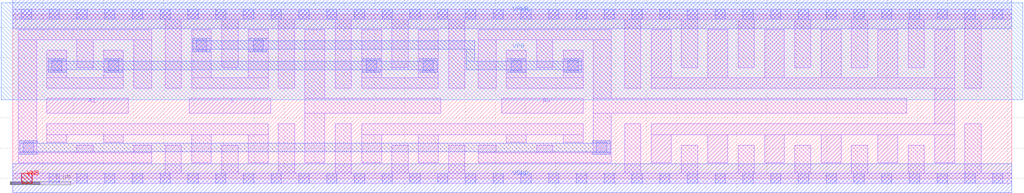
<source format=lef>
# Copyright 2020 The SkyWater PDK Authors
#
# Licensed under the Apache License, Version 2.0 (the "License");
# you may not use this file except in compliance with the License.
# You may obtain a copy of the License at
#
#     https://www.apache.org/licenses/LICENSE-2.0
#
# Unless required by applicable law or agreed to in writing, software
# distributed under the License is distributed on an "AS IS" BASIS,
# WITHOUT WARRANTIES OR CONDITIONS OF ANY KIND, either express or implied.
# See the License for the specific language governing permissions and
# limitations under the License.
#
# SPDX-License-Identifier: Apache-2.0

VERSION 5.7 ;
  NOWIREEXTENSIONATPIN ON ;
  DIVIDERCHAR "/" ;
  BUSBITCHARS "[]" ;
PROPERTYDEFINITIONS
  MACRO maskLayoutSubType STRING ;
  MACRO prCellType STRING ;
  MACRO originalViewName STRING ;
END PROPERTYDEFINITIONS
MACRO sky130_fd_sc_hdll__mux2_12
  CLASS CORE ;
  FOREIGN sky130_fd_sc_hdll__mux2_12 ;
  ORIGIN  0.000000  0.000000 ;
  SIZE  16.56000 BY  2.720000 ;
  SYMMETRY X Y R90 ;
  SITE unithd ;
  PIN A0
    ANTENNAGATEAREA  1.110000 ;
    DIRECTION INPUT ;
    USE SIGNAL ;
    PORT
      LAYER li1 ;
        RECT 8.105000 1.075000 9.455000 1.325000 ;
    END
  END A0
  PIN A1
    ANTENNAGATEAREA  1.110000 ;
    DIRECTION INPUT ;
    USE SIGNAL ;
    PORT
      LAYER li1 ;
        RECT 0.565000 1.075000 1.915000 1.325000 ;
    END
  END A1
  PIN S
    ANTENNAGATEAREA  1.665000 ;
    DIRECTION INPUT ;
    USE SIGNAL ;
    PORT
      LAYER li1 ;
        RECT 2.925000 1.075000 4.275000 1.325000 ;
    END
  END S
  PIN VNB
    PORT
      LAYER pwell ;
        RECT 0.150000 -0.085000 0.320000 0.085000 ;
    END
  END VNB
  PIN VPB
    PORT
      LAYER nwell ;
        RECT -0.190000 1.305000 16.750000 2.910000 ;
    END
  END VPB
  PIN X
    ANTENNADIFFAREA  2.793000 ;
    DIRECTION OUTPUT ;
    USE SIGNAL ;
    PORT
      LAYER li1 ;
        RECT 10.585000 0.255000 10.915000 0.725000 ;
        RECT 10.585000 0.725000 15.615000 0.905000 ;
        RECT 10.585000 1.495000 15.615000 1.665000 ;
        RECT 10.585000 1.665000 10.915000 2.465000 ;
        RECT 11.525000 0.255000 11.855000 0.725000 ;
        RECT 11.525000 1.665000 11.855000 2.465000 ;
        RECT 12.465000 0.255000 12.795000 0.725000 ;
        RECT 12.465000 1.665000 12.795000 2.465000 ;
        RECT 13.405000 0.255000 13.735000 0.725000 ;
        RECT 13.405000 1.665000 13.735000 2.465000 ;
        RECT 14.345000 0.255000 14.675000 0.725000 ;
        RECT 14.345000 1.665000 14.675000 2.465000 ;
        RECT 15.285000 0.255000 15.615000 0.725000 ;
        RECT 15.285000 0.905000 15.615000 1.495000 ;
        RECT 15.285000 1.665000 15.615000 2.465000 ;
    END
  END X
  PIN VGND
    DIRECTION INOUT ;
    USE GROUND ;
    PORT
      LAYER met1 ;
        RECT 0.000000 -0.240000 16.560000 0.240000 ;
    END
  END VGND
  PIN VPWR
    DIRECTION INOUT ;
    USE POWER ;
    PORT
      LAYER met1 ;
        RECT 0.000000 2.480000 16.560000 2.960000 ;
    END
  END VPWR
  OBS
    LAYER li1 ;
      RECT  0.000000 -0.085000 16.560000 0.085000 ;
      RECT  0.000000  2.635000 16.560000 2.805000 ;
      RECT  0.095000  0.255000  2.305000 0.425000 ;
      RECT  0.095000  0.425000  0.395000 2.295000 ;
      RECT  0.095000  2.295000  2.305000 2.465000 ;
      RECT  0.565000  0.595000  0.895000 0.725000 ;
      RECT  0.565000  0.725000  4.235000 0.905000 ;
      RECT  0.565000  1.495000  1.835000 1.665000 ;
      RECT  0.565000  1.665000  0.895000 2.125000 ;
      RECT  1.065000  0.425000  1.335000 0.545000 ;
      RECT  1.065000  1.835000  1.335000 2.295000 ;
      RECT  1.505000  0.595000  1.835000 0.725000 ;
      RECT  1.505000  1.665000  1.835000 2.125000 ;
      RECT  2.005000  0.425000  2.305000 0.550000 ;
      RECT  2.005000  1.495000  2.305000 2.295000 ;
      RECT  2.525000  0.085000  2.795000 0.550000 ;
      RECT  2.525000  1.495000  2.795000 2.635000 ;
      RECT  2.965000  0.255000  3.295000 0.725000 ;
      RECT  2.965000  1.495000  4.235000 1.665000 ;
      RECT  2.965000  1.665000  3.295000 2.465000 ;
      RECT  3.465000  0.085000  3.735000 0.545000 ;
      RECT  3.465000  1.835000  3.735000 2.635000 ;
      RECT  3.905000  0.255000  4.235000 0.725000 ;
      RECT  3.905000  1.665000  4.235000 2.465000 ;
      RECT  4.405000  0.085000  4.675000 0.905000 ;
      RECT  4.405000  1.495000  4.675000 2.635000 ;
      RECT  4.845000  0.255000  5.175000 1.075000 ;
      RECT  4.845000  1.075000  7.095000 1.325000 ;
      RECT  4.845000  1.325000  5.175000 2.465000 ;
      RECT  5.345000  0.085000  5.615000 0.905000 ;
      RECT  5.345000  1.495000  5.615000 2.635000 ;
      RECT  5.785000  0.255000  6.115000 0.725000 ;
      RECT  5.785000  0.725000  9.455000 0.905000 ;
      RECT  5.785000  1.495000  7.055000 1.665000 ;
      RECT  5.785000  1.665000  6.115000 2.465000 ;
      RECT  6.285000  0.085000  6.555000 0.545000 ;
      RECT  6.285000  1.835000  6.555000 2.635000 ;
      RECT  6.725000  0.255000  7.055000 0.725000 ;
      RECT  6.725000  1.665000  7.055000 2.465000 ;
      RECT  7.225000  0.085000  7.495000 0.550000 ;
      RECT  7.225000  1.495000  7.495000 2.635000 ;
      RECT  7.715000  0.255000  9.925000 0.425000 ;
      RECT  7.715000  0.425000  8.015000 0.550000 ;
      RECT  7.715000  1.495000  8.015000 2.295000 ;
      RECT  7.715000  2.295000  9.925000 2.465000 ;
      RECT  8.185000  0.595000  8.515000 0.725000 ;
      RECT  8.185000  1.495000  9.455000 1.665000 ;
      RECT  8.185000  1.665000  8.515000 2.125000 ;
      RECT  8.685000  0.425000  8.955000 0.545000 ;
      RECT  8.685000  1.835000  8.955000 2.295000 ;
      RECT  9.125000  0.595000  9.455000 0.725000 ;
      RECT  9.125000  1.665000  9.455000 2.125000 ;
      RECT  9.625000  0.425000  9.925000 1.075000 ;
      RECT  9.625000  1.075000 14.825000 1.325000 ;
      RECT  9.625000  1.325000  9.925000 2.295000 ;
      RECT 10.145000  0.085000 10.415000 0.905000 ;
      RECT 10.145000  1.495000 10.415000 2.635000 ;
      RECT 11.085000  0.085000 11.355000 0.545000 ;
      RECT 11.085000  1.835000 11.355000 2.635000 ;
      RECT 12.025000  0.085000 12.295000 0.545000 ;
      RECT 12.025000  1.835000 12.295000 2.635000 ;
      RECT 12.965000  0.085000 13.235000 0.545000 ;
      RECT 12.965000  1.835000 13.235000 2.635000 ;
      RECT 13.905000  0.085000 14.175000 0.550000 ;
      RECT 13.905000  1.835000 14.175000 2.635000 ;
      RECT 14.845000  0.085000 15.115000 0.545000 ;
      RECT 14.845000  1.835000 15.115000 2.635000 ;
      RECT 15.785000  0.085000 16.055000 0.905000 ;
      RECT 15.785000  1.495000 16.055000 2.635000 ;
    LAYER mcon ;
      RECT  0.145000 -0.085000  0.315000 0.085000 ;
      RECT  0.145000  2.635000  0.315000 2.805000 ;
      RECT  0.175000  0.425000  0.345000 0.595000 ;
      RECT  0.605000 -0.085000  0.775000 0.085000 ;
      RECT  0.605000  2.635000  0.775000 2.805000 ;
      RECT  0.645000  1.785000  0.815000 1.955000 ;
      RECT  1.065000 -0.085000  1.235000 0.085000 ;
      RECT  1.065000  2.635000  1.235000 2.805000 ;
      RECT  1.525000 -0.085000  1.695000 0.085000 ;
      RECT  1.525000  2.635000  1.695000 2.805000 ;
      RECT  1.585000  1.785000  1.755000 1.955000 ;
      RECT  1.985000 -0.085000  2.155000 0.085000 ;
      RECT  1.985000  2.635000  2.155000 2.805000 ;
      RECT  2.445000 -0.085000  2.615000 0.085000 ;
      RECT  2.445000  2.635000  2.615000 2.805000 ;
      RECT  2.905000 -0.085000  3.075000 0.085000 ;
      RECT  2.905000  2.635000  3.075000 2.805000 ;
      RECT  3.045000  2.125000  3.215000 2.295000 ;
      RECT  3.365000 -0.085000  3.535000 0.085000 ;
      RECT  3.365000  2.635000  3.535000 2.805000 ;
      RECT  3.825000 -0.085000  3.995000 0.085000 ;
      RECT  3.825000  2.635000  3.995000 2.805000 ;
      RECT  3.985000  2.125000  4.155000 2.295000 ;
      RECT  4.285000 -0.085000  4.455000 0.085000 ;
      RECT  4.285000  2.635000  4.455000 2.805000 ;
      RECT  4.745000 -0.085000  4.915000 0.085000 ;
      RECT  4.745000  2.635000  4.915000 2.805000 ;
      RECT  5.205000 -0.085000  5.375000 0.085000 ;
      RECT  5.205000  2.635000  5.375000 2.805000 ;
      RECT  5.665000 -0.085000  5.835000 0.085000 ;
      RECT  5.665000  2.635000  5.835000 2.805000 ;
      RECT  5.865000  1.785000  6.035000 1.955000 ;
      RECT  6.125000 -0.085000  6.295000 0.085000 ;
      RECT  6.125000  2.635000  6.295000 2.805000 ;
      RECT  6.585000 -0.085000  6.755000 0.085000 ;
      RECT  6.585000  2.635000  6.755000 2.805000 ;
      RECT  6.805000  1.785000  6.975000 1.955000 ;
      RECT  7.045000 -0.085000  7.215000 0.085000 ;
      RECT  7.045000  2.635000  7.215000 2.805000 ;
      RECT  7.505000 -0.085000  7.675000 0.085000 ;
      RECT  7.505000  2.635000  7.675000 2.805000 ;
      RECT  7.965000 -0.085000  8.135000 0.085000 ;
      RECT  7.965000  2.635000  8.135000 2.805000 ;
      RECT  8.265000  1.785000  8.435000 1.955000 ;
      RECT  8.425000 -0.085000  8.595000 0.085000 ;
      RECT  8.425000  2.635000  8.595000 2.805000 ;
      RECT  8.885000 -0.085000  9.055000 0.085000 ;
      RECT  8.885000  2.635000  9.055000 2.805000 ;
      RECT  9.205000  1.785000  9.375000 1.955000 ;
      RECT  9.345000 -0.085000  9.515000 0.085000 ;
      RECT  9.345000  2.635000  9.515000 2.805000 ;
      RECT  9.675000  0.425000  9.845000 0.595000 ;
      RECT  9.805000 -0.085000  9.975000 0.085000 ;
      RECT  9.805000  2.635000  9.975000 2.805000 ;
      RECT 10.265000 -0.085000 10.435000 0.085000 ;
      RECT 10.265000  2.635000 10.435000 2.805000 ;
      RECT 10.725000 -0.085000 10.895000 0.085000 ;
      RECT 10.725000  2.635000 10.895000 2.805000 ;
      RECT 11.185000 -0.085000 11.355000 0.085000 ;
      RECT 11.185000  2.635000 11.355000 2.805000 ;
      RECT 11.645000 -0.085000 11.815000 0.085000 ;
      RECT 11.645000  2.635000 11.815000 2.805000 ;
      RECT 12.105000 -0.085000 12.275000 0.085000 ;
      RECT 12.105000  2.635000 12.275000 2.805000 ;
      RECT 12.565000 -0.085000 12.735000 0.085000 ;
      RECT 12.565000  2.635000 12.735000 2.805000 ;
      RECT 13.025000 -0.085000 13.195000 0.085000 ;
      RECT 13.025000  2.635000 13.195000 2.805000 ;
      RECT 13.485000 -0.085000 13.655000 0.085000 ;
      RECT 13.485000  2.635000 13.655000 2.805000 ;
      RECT 13.945000 -0.085000 14.115000 0.085000 ;
      RECT 13.945000  2.635000 14.115000 2.805000 ;
      RECT 14.405000 -0.085000 14.575000 0.085000 ;
      RECT 14.405000  2.635000 14.575000 2.805000 ;
      RECT 14.865000 -0.085000 15.035000 0.085000 ;
      RECT 14.865000  2.635000 15.035000 2.805000 ;
      RECT 15.325000 -0.085000 15.495000 0.085000 ;
      RECT 15.325000  2.635000 15.495000 2.805000 ;
      RECT 15.785000 -0.085000 15.955000 0.085000 ;
      RECT 15.785000  2.635000 15.955000 2.805000 ;
      RECT 16.245000 -0.085000 16.415000 0.085000 ;
      RECT 16.245000  2.635000 16.415000 2.805000 ;
    LAYER met1 ;
      RECT 0.115000 0.395000 0.405000 0.440000 ;
      RECT 0.115000 0.440000 9.905000 0.580000 ;
      RECT 0.115000 0.580000 0.405000 0.625000 ;
      RECT 0.585000 1.755000 0.875000 1.800000 ;
      RECT 0.585000 1.800000 7.035000 1.940000 ;
      RECT 0.585000 1.940000 0.875000 1.985000 ;
      RECT 1.525000 1.755000 1.815000 1.800000 ;
      RECT 1.525000 1.940000 1.815000 1.985000 ;
      RECT 2.985000 2.095000 3.275000 2.140000 ;
      RECT 2.985000 2.140000 7.660000 2.280000 ;
      RECT 2.985000 2.280000 3.275000 2.325000 ;
      RECT 3.925000 2.095000 4.215000 2.140000 ;
      RECT 3.925000 2.280000 4.215000 2.325000 ;
      RECT 5.805000 1.755000 6.095000 1.800000 ;
      RECT 5.805000 1.940000 6.095000 1.985000 ;
      RECT 6.745000 1.755000 7.035000 1.800000 ;
      RECT 6.745000 1.940000 7.035000 1.985000 ;
      RECT 7.520000 1.800000 9.435000 1.940000 ;
      RECT 7.520000 1.940000 7.660000 2.140000 ;
      RECT 8.205000 1.755000 8.495000 1.800000 ;
      RECT 8.205000 1.940000 8.495000 1.985000 ;
      RECT 9.145000 1.755000 9.435000 1.800000 ;
      RECT 9.145000 1.940000 9.435000 1.985000 ;
      RECT 9.615000 0.395000 9.905000 0.440000 ;
      RECT 9.615000 0.580000 9.905000 0.625000 ;
  END
  PROPERTY maskLayoutSubType "abstract" ;
  PROPERTY prCellType "standard" ;
  PROPERTY originalViewName "layout" ;
END sky130_fd_sc_hdll__mux2_12
END LIBRARY

</source>
